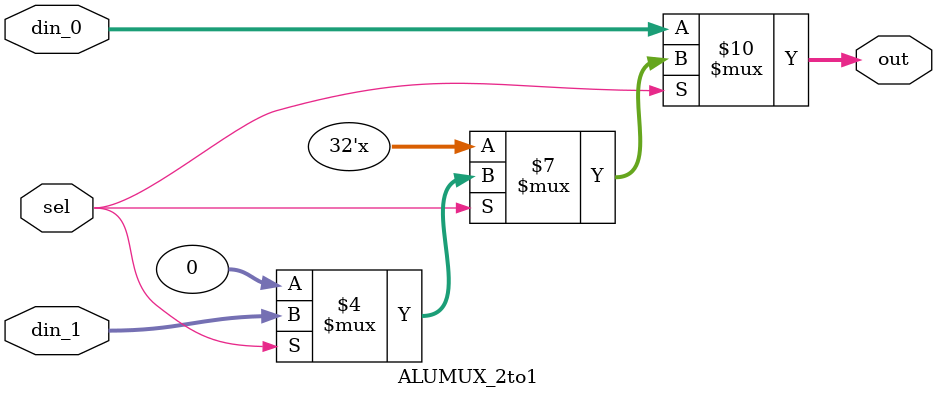
<source format=v>
module ALUMUX_2to1 (din_0, din_1, sel, out); // MUX for 32-bit input & output
input [31:0] din_0, din_1;
input sel;
output reg [31:0] out;
always @(*)
begin
if (!sel)
out = din_0;
else if (sel)
out = din_1;
else
out = 31'h00000000;
end
endmodule

</source>
